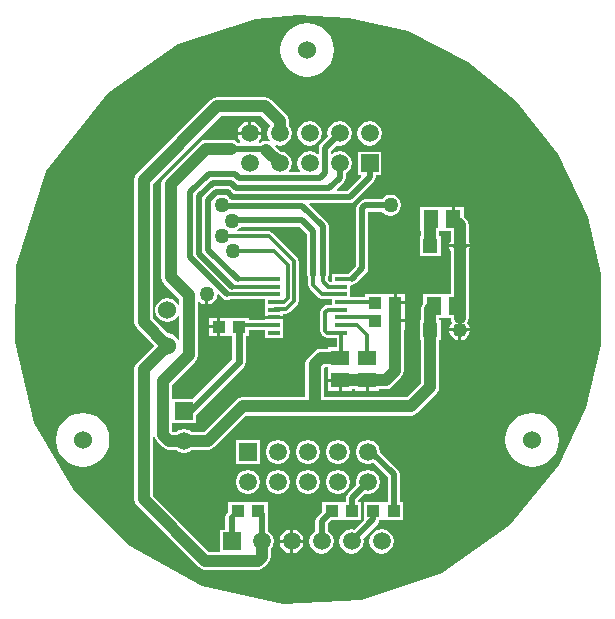
<source format=gtl>
%FSDAX23Y23*%
%MOIN*%
%SFA1B1*%

%IPPOS*%
%ADD10R,0.059100X0.051200*%
%ADD11R,0.043300X0.039400*%
%ADD12R,0.051200X0.059100*%
%ADD13R,0.039400X0.013800*%
%ADD14C,0.039400*%
%ADD15C,0.019700*%
%ADD16C,0.011800*%
%ADD17C,0.023600*%
%ADD18C,0.060000*%
%ADD19R,0.059100X0.059100*%
%ADD20C,0.059100*%
%ADD21R,0.059100X0.059100*%
%ADD22R,0.049200X0.049200*%
%ADD23C,0.049200*%
%ADD24C,0.050000*%
%LNsensor_pcb-1*%
%LPD*%
G36*
X03200Y04050D02*
X03395Y04005D01*
X03595Y03903*
X03757Y03773*
X03895Y03595*
X03995Y03385*
X04038Y03195*
Y02958*
X03990Y02750*
X03900Y02560*
X03735Y02360*
X03510Y02200*
X03238Y02108*
X02980Y02095*
X02711Y02156*
X02470Y02290*
X02280Y02480*
X02151Y02700*
X02085Y02970*
X02088Y03224*
X02190Y03540*
X02395Y03800*
X02630Y03961*
X02890Y04045*
Y04046*
X03031Y04060*
X03200Y04050*
G37*
%LNsensor_pcb-2*%
%LPC*%
G36*
X03263Y02543D02*
X03247Y02540D01*
X03234Y02531*
X03225Y02518*
X03222Y02503*
X03224Y02493*
X03195Y02463*
X03190Y02457*
X03189Y02449*
Y02436*
X03177*
X03174*
X03110*
Y02404*
X03093Y02386*
X03089Y02380*
X03087Y02372*
Y02339*
X03079Y02333*
X03070Y02320*
X03067Y02305*
X03070Y02289*
X03079Y02276*
X03092Y02267*
X03108Y02264*
X03123Y02267*
X03136Y02276*
X03145Y02289*
X03148Y02305*
X03145Y02320*
X03136Y02333*
X03128Y02339*
Y02364*
X03141Y02377*
X03174*
X03177*
X03241*
Y02436*
X03231*
X03229Y02441*
X03253Y02464*
X03263Y02462*
X03278Y02465*
X03291Y02474*
X03300Y02487*
X03303Y02503*
X03300Y02518*
X03291Y02531*
X03278Y02540*
X03263Y02543*
G37*
G36*
X02312Y02733D02*
X02288Y02730D01*
X02267Y02721*
X02248Y02707*
X02234Y02688*
X02225Y02666*
X02222Y02643*
X02225Y02620*
X02234Y02598*
X02248Y02580*
X02267Y02566*
X02288Y02557*
X02312Y02554*
X02335Y02557*
X02356Y02566*
X02375Y02580*
X02389Y02598*
X02398Y02620*
X02401Y02643*
X02398Y02666*
X02389Y02688*
X02375Y02707*
X02356Y02721*
X02335Y02730*
X02312Y02733*
G37*
G36*
X03063Y02543D02*
X03047Y02540D01*
X03034Y02531*
X03025Y02518*
X03022Y02503*
X03025Y02487*
X03034Y02474*
X03047Y02465*
X03063Y02462*
X03078Y02465*
X03091Y02474*
X03100Y02487*
X03103Y02503*
X03100Y02518*
X03091Y02531*
X03078Y02540*
X03063Y02543*
G37*
G36*
X03163D02*
X03147Y02540D01*
X03134Y02531*
X03125Y02518*
X03122Y02503*
X03125Y02487*
X03134Y02474*
X03147Y02465*
X03163Y02462*
X03178Y02465*
X03191Y02474*
X03200Y02487*
X03203Y02503*
X03200Y02518*
X03191Y02531*
X03178Y02540*
X03163Y02543*
G37*
G36*
X03063Y02643D02*
X03047Y02640D01*
X03034Y02631*
X03025Y02618*
X03022Y02603*
X03025Y02587*
X03034Y02574*
X03047Y02565*
X03063Y02562*
X03078Y02565*
X03091Y02574*
X03100Y02587*
X03103Y02603*
X03100Y02618*
X03091Y02631*
X03078Y02640*
X03063Y02643*
G37*
G36*
X03163D02*
X03147Y02640D01*
X03134Y02631*
X03125Y02618*
X03122Y02603*
X03125Y02587*
X03134Y02574*
X03147Y02565*
X03163Y02562*
X03178Y02565*
X03191Y02574*
X03200Y02587*
X03203Y02603*
X03200Y02618*
X03191Y02631*
X03178Y02640*
X03163Y02643*
G37*
G36*
X03811Y02733D02*
X03788Y02730D01*
X03766Y02721*
X03747Y02707*
X03733Y02688*
X03724Y02666*
X03721Y02643*
X03724Y02620*
X03733Y02598*
X03747Y02580*
X03766Y02566*
X03788Y02557*
X03811Y02554*
X03834Y02557*
X03856Y02566*
X03874Y02580*
X03888Y02598*
X03897Y02620*
X03900Y02643*
X03897Y02666*
X03888Y02688*
X03874Y02707*
X03856Y02721*
X03834Y02730*
X03811Y02733*
G37*
G36*
X02963Y02643D02*
X02947Y02640D01*
X02934Y02631*
X02925Y02618*
X02922Y02603*
X02925Y02587*
X02934Y02574*
X02947Y02565*
X02963Y02562*
X02978Y02565*
X02991Y02574*
X03000Y02587*
X03003Y02603*
X03000Y02618*
X02991Y02631*
X02978Y02640*
X02963Y02643*
G37*
G36*
X03047Y02300D02*
X03013D01*
Y02265*
X03023Y02267*
X03036Y02276*
X03045Y02289*
X03047Y02300*
G37*
G36*
X03003Y02344D02*
X02992Y02342D01*
X02979Y02333*
X02970Y02320*
X02968Y02310*
X03003*
Y02344*
G37*
G36*
X03308Y02345D02*
X03292Y02342D01*
X03279Y02333*
X03270Y02320*
X03267Y02305*
X03270Y02289*
X03279Y02276*
X03292Y02267*
X03308Y02264*
X03323Y02267*
X03336Y02276*
X03345Y02289*
X03348Y02305*
X03345Y02320*
X03336Y02333*
X03323Y02342*
X03308Y02345*
G37*
G36*
X03003Y02300D02*
X02968D01*
X02970Y02289*
X02979Y02276*
X02992Y02267*
X03003Y02265*
Y02300*
G37*
G36*
X02863Y02543D02*
X02847Y02540D01*
X02834Y02531*
X02825Y02518*
X02822Y02503*
X02825Y02487*
X02834Y02474*
X02847Y02465*
X02863Y02462*
X02878Y02465*
X02891Y02474*
X02900Y02487*
X02903Y02503*
X02900Y02518*
X02891Y02531*
X02878Y02540*
X02863Y02543*
G37*
G36*
X02963D02*
X02947Y02540D01*
X02934Y02531*
X02925Y02518*
X02922Y02503*
X02925Y02487*
X02934Y02474*
X02947Y02465*
X02963Y02462*
X02978Y02465*
X02991Y02474*
X03000Y02487*
X03003Y02503*
X03000Y02518*
X02991Y02531*
X02978Y02540*
X02963Y02543*
G37*
G36*
X03013Y02344D02*
Y02310D01*
X03047*
X03045Y02320*
X03036Y02333*
X03023Y02342*
X03013Y02344*
G37*
G36*
X03263Y02643D02*
X03247Y02640D01*
X03234Y02631*
X03225Y02618*
X03222Y02603*
X03225Y02587*
X03234Y02574*
X03247Y02565*
X03263Y02562*
X03278Y02565*
X03280Y02567*
X03328Y02520*
Y02436*
X03316*
X03313*
X03249*
Y02377*
X03250Y02376*
X03217Y02343*
X03208Y02345*
X03192Y02342*
X03179Y02333*
X03170Y02320*
X03167Y02305*
X03170Y02289*
X03179Y02276*
X03192Y02267*
X03208Y02264*
X03223Y02267*
X03236Y02276*
X03245Y02289*
X03248Y02305*
X03246Y02314*
X03295Y02364*
X03300Y02370*
X03301Y02377*
X03313*
X03316*
X03380*
Y02436*
X03368*
Y02528*
X03367Y02536*
X03362Y02542*
X03303Y02602*
X03303Y02603*
X03300Y02618*
X03291Y02631*
X03278Y02640*
X03263Y02643*
G37*
G36*
X03068Y03705D02*
X03052Y03702D01*
X03039Y03693*
X03030Y03680*
X03027Y03665*
X03030Y03649*
X03039Y03636*
X03052Y03627*
X03068Y03624*
X03083Y03627*
X03096Y03636*
X03105Y03649*
X03108Y03665*
X03105Y03680*
X03096Y03693*
X03083Y03702*
X03068Y03705*
G37*
G36*
X03508Y03419D02*
D01*
X03437*
Y03340*
X03440*
Y03324*
X03436*
Y03255*
X03505*
Y03324*
X03501*
Y03340*
X03508*
X03511*
X03538*
Y03307*
X03536Y03303*
X03534Y03295*
X03603*
X03601Y03303*
X03599Y03307*
Y03358*
X03597Y03369*
X03590Y03379*
X03583Y03387*
Y03419*
X03552*
Y03380*
X03542*
Y03419*
X03511*
X03508*
G37*
G36*
X03385Y03129D02*
X03358D01*
Y03105*
X03385*
Y03129*
G37*
G36*
X03061Y04032D02*
X03037Y04029D01*
X03016Y04020*
X02997Y04006*
X02983Y03987*
X02974Y03966*
X02971Y03942*
X02974Y03919*
X02983Y03898*
X02997Y03879*
X03016Y03865*
X03037Y03856*
X03061Y03853*
X03084Y03856*
X03105Y03865*
X03124Y03879*
X03138Y03898*
X03147Y03919*
X03150Y03942*
X03147Y03966*
X03138Y03987*
X03124Y04006*
X03105Y04020*
X03084Y04029*
X03061Y04032*
G37*
G36*
X03268Y03705D02*
X03252Y03702D01*
X03239Y03693*
X03230Y03680*
X03227Y03665*
X03230Y03649*
X03239Y03636*
X03252Y03627*
X03268Y03624*
X03283Y03627*
X03296Y03636*
X03305Y03649*
X03308Y03665*
X03305Y03680*
X03296Y03693*
X03283Y03702*
X03268Y03705*
G37*
G36*
X02920Y03785D02*
X02760D01*
X02748Y03783*
X02738Y03776*
X02493Y03531*
X02487Y03521*
X02484Y03510*
Y03036*
X02487Y03025*
X02493Y03015*
X02551Y02957*
X02493Y02900*
X02487Y02890*
X02484Y02878*
Y02445*
X02487Y02433*
X02493Y02423*
X02698Y02218*
X02708Y02212*
X02720Y02209*
X02895*
X02906Y02212*
X02916Y02218*
X02929Y02231*
X02936Y02241*
X02938Y02253*
Y02279*
X02945Y02289*
X02948Y02305*
X02945Y02320*
X02936Y02333*
X02928Y02339*
Y02395*
X02928Y02396*
Y02436*
X02864*
X02861*
X02797*
Y02402*
X02793Y02399*
X02789Y02393*
X02787Y02385*
Y02344*
X02768*
Y02270*
X02732*
X02545Y02457*
Y02656*
X02550Y02657*
X02552Y02648*
X02558Y02638*
X02578Y02618*
X02588Y02612*
X02600Y02609*
X02624*
X02634Y02602*
X02650Y02599*
X02665Y02602*
X02675Y02609*
X02730*
X02741Y02612*
X02751Y02618*
X02857Y02724*
X03405*
X03416Y02727*
X03426Y02733*
X03492Y02799*
X03498Y02809*
X03501Y02820*
Y02975*
X03505*
Y03044*
X03501*
Y03050*
X03518*
X03521*
X03536*
X03538Y03050*
X03541Y03038*
X03543Y03034*
X03536Y03023*
X03534Y03015*
X03603*
X03601Y03023*
X03594Y03034*
X03597Y03038*
X03597Y03040*
X03599Y03050*
Y03273*
X03601Y03276*
X03603Y03285*
X03534*
X03536Y03276*
X03538Y03273*
Y03129*
X03521*
X03518*
X03447*
Y03096*
X03442Y03089*
X03440Y03078*
Y03044*
X03436*
Y02975*
X03440*
Y02833*
X03392Y02785*
X03115*
Y02882*
X03119Y02887*
X03130*
Y02881*
Y02878*
Y02847*
X03170*
Y02842*
X03175*
Y02807*
X03209*
Y02812*
X03220*
Y02807*
X03255*
Y02842*
X03265*
Y02807*
X03299*
Y02812*
X03322*
X03334Y02814*
X03344Y02821*
X03374Y02852*
X03381Y02861*
X03383Y02873*
Y03010*
X03385*
Y03035*
X03353*
Y03045*
X03385*
Y03069*
Y03070*
Y03095*
X03353*
Y03100*
X03348*
Y03129*
X03321*
X03318*
X03254*
Y03119*
X03204*
Y03137*
Y03156*
X03208Y03160*
X03209Y03159*
X03216Y03161*
X03223Y03165*
X03258Y03200*
X03262Y03207*
X03264Y03215*
Y03404*
X03309*
X03312Y03399*
X03324Y03392*
X03338Y03389*
X03351Y03392*
X03363Y03399*
X03371Y03411*
X03373Y03425*
X03371Y03438*
X03363Y03450*
X03351Y03458*
X03338Y03460*
X03324Y03458*
X03312Y03450*
X03309Y03445*
X03253*
X03245Y03443*
X03238Y03439*
X03229Y03430*
X03225Y03423*
X03223Y03416*
Y03223*
X03197Y03196*
X03144*
Y03170*
X03135*
X03128Y03177*
Y03181*
X03130Y03185*
X03132Y03193*
Y03355*
X03130Y03362*
X03126Y03369*
X03067Y03428*
X03069Y03433*
X03202*
X03210Y03434*
X03216Y03439*
X03282Y03504*
X03286Y03511*
X03288Y03519*
Y03525*
X03307*
Y03604*
X03228*
Y03525*
X03239*
X03241Y03520*
X03193Y03473*
X03160*
X03158Y03478*
X03182Y03502*
X03186Y03508*
X03188Y03516*
Y03531*
X03196Y03536*
X03205Y03549*
X03208Y03565*
X03205Y03580*
X03196Y03593*
X03183Y03602*
X03168Y03605*
X03152Y03602*
X03143Y03596*
X03138Y03598*
Y03607*
X03158Y03626*
X03168Y03624*
X03183Y03627*
X03196Y03636*
X03205Y03649*
X03208Y03665*
X03205Y03680*
X03196Y03693*
X03183Y03702*
X03168Y03705*
X03152Y03702*
X03139Y03693*
X03130Y03680*
X03127Y03665*
X03129Y03655*
X03104Y03629*
X03099Y03623*
X03098Y03615*
Y03597*
X03094Y03595*
X03083Y03602*
X03068Y03605*
X03052Y03602*
X03039Y03593*
X03030Y03580*
X03027Y03565*
X03030Y03549*
X03037Y03540*
X03034Y03535*
X03001*
X02999Y03540*
X03005Y03549*
X03008Y03565*
X03005Y03580*
X02996Y03593*
X02983Y03602*
X02971Y03604*
X02953Y03622*
X02955Y03627*
X02968Y03624*
X02983Y03627*
X02996Y03636*
X03005Y03649*
X03008Y03665*
X03005Y03680*
X02998Y03690*
Y03707*
X02996Y03718*
X02989Y03728*
X02941Y03776*
X02931Y03783*
X02920Y03785*
G37*
G36*
X03564Y03005D02*
X03534D01*
X03536Y02996*
X03544Y02985*
X03555Y02977*
X03564Y02975*
Y03005*
G37*
G36*
X03165Y02837D02*
X03130D01*
Y02807*
X03165*
Y02837*
G37*
G36*
X02902Y02642D02*
X02823D01*
Y02563*
X02902*
Y02642*
G37*
G36*
X03603Y03005D02*
X03574D01*
Y02975*
X03582Y02977*
X03594Y02985*
X03601Y02996*
X03603Y03005*
G37*
%LNsensor_pcb-3*%
%LPD*%
G36*
X02937Y03694D02*
Y03690D01*
X02930Y03680*
X02927Y03665*
X02930Y03649*
X02935Y03642*
X02932Y03638*
X02923Y03640*
X02911Y03638*
X02906Y03634*
X02900*
X02898Y03639*
X02905Y03649*
X02907Y03660*
X02828*
X02830Y03649*
X02837Y03639*
X02835Y03634*
X02827*
X02827Y03635*
X02817Y03642*
X02805Y03644*
X02724*
X02712Y03642*
X02703Y03635*
X02583Y03516*
X02577Y03506*
X02574Y03495*
Y03185*
X02577Y03173*
X02583Y03163*
X02634Y03112*
Y03095*
X02629Y03094*
X02622Y03104*
X02609Y03113*
X02594Y03116*
X02578Y03113*
X02565Y03104*
X02556Y03091*
X02553Y03076*
X02556Y03060*
X02565Y03047*
X02578Y03038*
X02594Y03035*
X02609Y03038*
X02622Y03047*
X02629Y03057*
X02634Y03056*
Y02977*
X02629Y02976*
X02622Y02986*
X02609Y02995*
X02596Y02998*
X02545Y03049*
Y03497*
X02772Y03724*
X02907*
X02937Y03694*
G37*
G36*
X03060Y03329D02*
Y03193D01*
X03062Y03185*
X03064Y03181*
Y03159*
X03066Y03152*
X03069Y03147*
X03099Y03117*
X03105Y03113*
X03111Y03112*
X03144*
Y03111*
Y03093*
X03128*
X03122Y03092*
X03117Y03089*
X03109Y03081*
X03106Y03076*
X03104Y03070*
Y03006*
X03106Y02999*
X03109Y02994*
X03114Y02989*
X03119Y02985*
X03126Y02984*
X03144*
Y02984*
X03158*
Y02953*
X03130*
Y02947*
X03107*
X03095Y02945*
X03086Y02938*
X03063Y02916*
X03057Y02906*
X03054Y02895*
Y02785*
X02845*
X02833Y02783*
X02823Y02776*
X02717Y02670*
X02675*
X02665Y02677*
X02650Y02680*
X02634Y02677*
X02624Y02670*
X02612*
X02610Y02672*
Y02700*
X02610*
X02689*
Y02727*
X02849Y02886*
X02854Y02894*
X02855Y02902*
Y02990*
X02865*
Y03010*
X02920*
Y03009*
Y02984*
X02979*
Y03009*
Y03035*
Y03047*
X02920*
Y03043*
Y03042*
X02865*
Y03049*
X02801*
X02798*
X02771*
Y03020*
Y02990*
X02798*
X02801*
X02811*
Y02911*
X02679Y02779*
X02610*
X02610Y02779*
Y02827*
X02686Y02903*
X02693Y02913*
X02695Y02925*
Y03103*
X02699Y03104*
X02711Y03097*
X02720Y03095*
Y03130*
X02730*
Y03095*
X02738Y03097*
X02750Y03104*
X02758Y03116*
X02760Y03127*
X02765Y03129*
X02779Y03114*
X02786Y03110*
X02794Y03108*
X02801Y03110*
X02805Y03112*
X02873*
X02875Y03112*
X02920*
Y03111*
Y03086*
Y03060*
Y03057*
X02979*
Y03060*
Y03064*
X02991*
X02997Y03065*
X03002Y03069*
X03028Y03094*
X03031Y03099*
X03033Y03106*
Y03238*
X03031Y03244*
X03028Y03249*
X02944Y03333*
X02939Y03337*
X02933Y03338*
X02829*
X02827Y03343*
X02836Y03348*
X02840Y03354*
X03035*
X03060Y03329*
G37*
%LNsensor_pcb-4*%
%LPC*%
G36*
X02873Y03704D02*
Y03670D01*
X02907*
X02905Y03680*
X02896Y03693*
X02883Y03702*
X02873Y03704*
G37*
G36*
X02863D02*
X02852Y03702D01*
X02839Y03693*
X02830Y03680*
X02828Y03670*
X02863*
Y03704*
G37*
G36*
X02761Y03015D02*
X02734D01*
Y02990*
X02761*
Y03015*
G37*
G36*
Y03049D02*
X02734D01*
Y03025*
X02761*
Y03049*
G37*
%LNsensor_pcb-5*%
%LPD*%
G54D10*
X03170Y02917D03*
Y02842D03*
X03260Y02917D03*
Y02842D03*
G54D11*
X03209Y02407D03*
X03142D03*
X03348D03*
X03281D03*
X02829D03*
X02896D03*
X02766Y03020D03*
X02833D03*
X03353Y03040D03*
X03286D03*
X03353Y03100D03*
X03286D03*
G54D12*
X03472Y03380D03*
X03547D03*
X03482Y03090D03*
X03557D03*
G54D13*
X03174Y03000D03*
Y03026D03*
Y03052D03*
Y03077D03*
Y03103D03*
Y03128D03*
Y03154D03*
Y03180D03*
X02950Y03000D03*
Y03026D03*
Y03052D03*
Y03077D03*
Y03103D03*
Y03128D03*
Y03154D03*
Y03180D03*
G54D14*
X02724Y03614D02*
X02805D01*
X02605Y03495D02*
X02724Y03614D01*
X02605Y03185D02*
Y03495D01*
X02665Y02925D02*
Y03125D01*
X02605Y03185D02*
X02665Y03125D01*
X02580Y02840D02*
X02665Y02925D01*
X02515Y03036D02*
X02594Y02957D01*
X02515Y03036D02*
Y03510D01*
X02760Y03755*
X02920*
X02968Y03707*
Y03665D02*
Y03707D01*
X02600Y02640D02*
X02650D01*
X02580Y02660D02*
X02600Y02640D01*
X02580Y02660D02*
Y02840D01*
X02515Y02878D02*
X02594Y02957D01*
X02515Y02445D02*
Y02878D01*
Y02445D02*
X02720Y02240D01*
X02923Y03610D02*
X02968Y03565D01*
X02908Y02253D02*
Y02305D01*
X02895Y02240D02*
X02908Y02253D01*
X02720Y02240D02*
X02895D01*
X03100Y02755D02*
X03405D01*
X02845D02*
X03100D01*
X02730Y02640D02*
X02845Y02755D01*
X02650Y02640D02*
X02730D01*
X03470Y03290D02*
Y03378D01*
X03569Y03050D02*
Y03290D01*
Y03050D02*
D01*
Y03290D02*
Y03358D01*
X03547Y03380D02*
X03569Y03358D01*
X03353Y03040D02*
Y03100D01*
Y02873D02*
Y03040D01*
X03322Y02842D02*
X03353Y02873D01*
X03260Y02842D02*
X03322D01*
X03170D02*
X03260D01*
X03107Y02917D02*
X03170D01*
X03085Y02895D02*
X03107Y02917D01*
X03085Y02770D02*
Y02895D01*
Y02770D02*
X03100Y02755D01*
X03405D02*
X03470Y02820D01*
Y03010*
Y03078*
X03482Y03090*
G54D15*
X02805Y03614D02*
X02918D01*
X02923Y03610*
X03470Y03378D02*
X03472Y03380D01*
X02731Y03276D02*
X02828Y03180D01*
X02731Y03276D02*
Y03443D01*
X02701Y03263D02*
X02810Y03154D01*
X02671Y03251D02*
X02794Y03128D01*
X02701Y03263D02*
Y03455D01*
X02671Y03251D02*
Y03468D01*
X03118Y03615D02*
X03168Y03665D01*
X03118Y03531D02*
Y03615D01*
X02671Y03468D02*
X02732Y03529D01*
X02819*
X02833Y03515*
X03102*
X03118Y03531*
X03202Y03453D02*
X03268Y03519D01*
X02795Y03469D02*
X02811Y03453D01*
X03202*
X02777Y03423D02*
X03043D01*
X02776Y03425D02*
X02777Y03423D01*
X03043D02*
X03112Y03355D01*
X03134Y03483D02*
X03168Y03516D01*
X02824Y03483D02*
X03134D01*
X02807Y03499D02*
X02824Y03483D01*
X02757Y03469D02*
X02795D01*
X02745Y03499D02*
X02807D01*
X03168Y03516D02*
Y03565D01*
X02701Y03455D02*
X02745Y03499D01*
X02731Y03443D02*
X02757Y03469D01*
X03268Y03519D02*
Y03565D01*
X02908Y02305D02*
Y02395D01*
X02896Y02407D02*
X02908Y02395D01*
X02808Y02305D02*
Y02385D01*
X03108Y02372D02*
X03142Y02407D01*
X03108Y02305D02*
Y02372D01*
X03281Y02378D02*
Y02407D01*
X03208Y02305D02*
X03281Y02378D01*
X03348Y02407D02*
Y02528D01*
X03274Y02603D02*
X03348Y02528D01*
X03263Y02603D02*
X03274D01*
X03209Y02449D02*
X03263Y02503D01*
X03209Y02407D02*
Y02449D01*
X03044Y03375D02*
X03081Y03338D01*
X02817Y03375D02*
X03044D01*
X03081Y03193D02*
Y03338D01*
X03112Y03193D02*
Y03355D01*
X03253Y03425D02*
X03338D01*
X03244Y03416D02*
X03253Y03425D01*
X03244Y03215D02*
Y03416D01*
X03209Y03180D02*
X03244Y03215D01*
G54D16*
X02776Y03322D02*
X02933D01*
X03016Y03238*
X02991Y03080D02*
X03016Y03106D01*
X02952Y03080D02*
X02991D01*
X03016Y03106D02*
Y03238D01*
X02950Y03077D02*
X02952Y03080D01*
X02812Y03271D02*
X02949D01*
X02995Y03225*
Y03115D02*
Y03225D01*
X02983Y03103D02*
X02995Y03115D01*
X02950Y03103D02*
X02983D01*
X02873Y03128D02*
X02950D01*
X02873Y03128D02*
X02873Y03128D01*
X02800Y03128D02*
X02873D01*
X02799Y03128D02*
X02800Y03128D01*
X02794Y03128D02*
X02799D01*
X02810Y03154D02*
X02949D01*
X02950Y03154*
X02828Y03180D02*
X02950D01*
X03081Y03159D02*
Y03193D01*
Y03159D02*
X03111Y03128D01*
X03174*
X03112Y03171D02*
Y03193D01*
Y03171D02*
X03128Y03154D01*
X03174*
Y03180D02*
X03209D01*
X03128Y03077D02*
X03174D01*
X03121Y03070D02*
X03128Y03077D01*
X03121Y03006D02*
Y03070D01*
Y03006D02*
X03126Y03000D01*
X03174*
X03170Y02917D02*
X03174Y02921D01*
Y03000*
X03260Y02917D02*
Y02994D01*
X03227Y03026D02*
X03260Y02994D01*
X03174Y03026D02*
X03227D01*
X03274Y03052D02*
X03286Y03040D01*
X03174Y03052D02*
X03274D01*
X03283Y03103D02*
X03286Y03100D01*
X03174Y03103D02*
X03283D01*
X02833Y03020D02*
X02839Y03026D01*
X02950*
G54D17*
X02650Y02740D02*
X02671D01*
X02833Y02902*
Y03020*
G54D18*
X02594Y03076D03*
Y02957D03*
X02312Y02643D03*
X03811D03*
X03061Y03942D03*
G54D19*
X02650Y02740D03*
G54D20*
X02650Y02640D03*
X02868Y03665D03*
Y03565D03*
X02968Y03665D03*
Y03565D03*
X03068Y03665D03*
Y03565D03*
X03168Y03665D03*
Y03565D03*
X03268Y03665D03*
X03263Y02503D03*
Y02603D03*
X03163Y02503D03*
Y02603D03*
X03063Y02503D03*
Y02603D03*
X02963Y02503D03*
Y02603D03*
X02863Y02503D03*
X03308Y02305D03*
X03208D03*
X03108D03*
X03008D03*
X02908D03*
G54D21*
X03268Y03565D03*
X02863Y02603D03*
X02808Y02305D03*
G54D22*
X03470Y03010D03*
X03470Y03290D03*
G54D23*
X03569Y03010D03*
Y03290D03*
G54D24*
X02760Y02760D03*
X02725Y03130D03*
X02812Y03271D03*
X02811Y03374D03*
X02776Y03322D03*
Y03425D03*
X03338D03*
M02*
</source>
